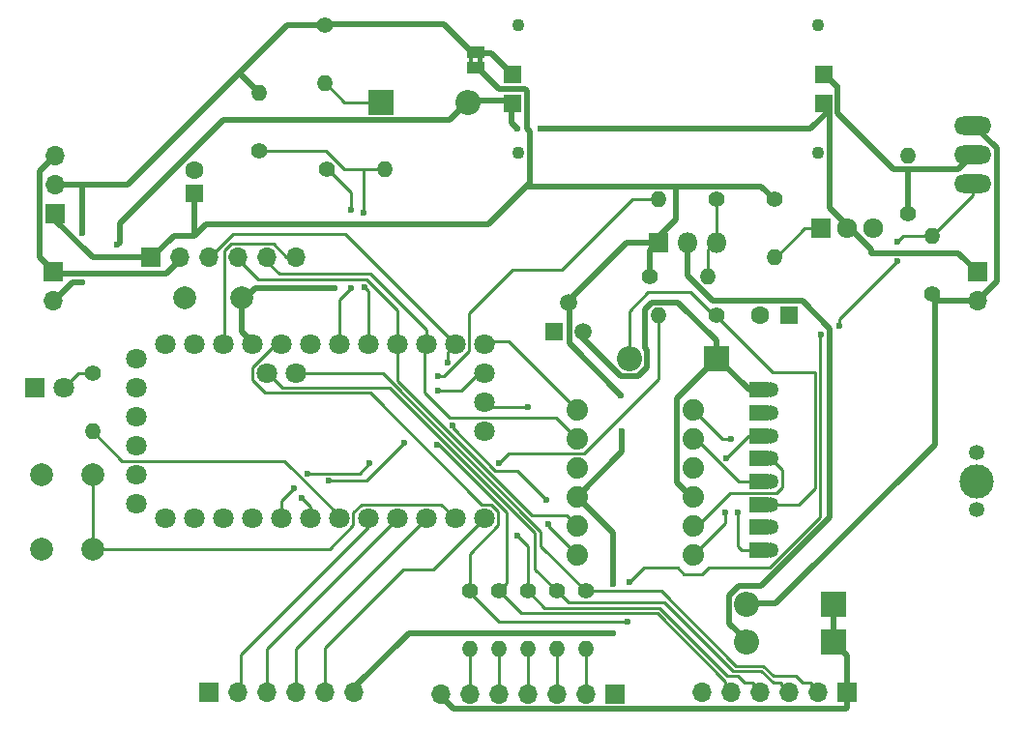
<source format=gbr>
G04 #@! TF.GenerationSoftware,KiCad,Pcbnew,5.1.12-84ad8e8a86~92~ubuntu18.04.1*
G04 #@! TF.CreationDate,2021-11-21T15:48:55+01:00*
G04 #@! TF.ProjectId,HB-UNI-SenAct-4-4-SC_DS_FUEL4EP_PCB,48422d55-4e49-42d5-9365-6e4163742d34,rev?*
G04 #@! TF.SameCoordinates,Original*
G04 #@! TF.FileFunction,Copper,L1,Top*
G04 #@! TF.FilePolarity,Positive*
%FSLAX46Y46*%
G04 Gerber Fmt 4.6, Leading zero omitted, Abs format (unit mm)*
G04 Created by KiCad (PCBNEW 5.1.12-84ad8e8a86~92~ubuntu18.04.1) date 2021-11-21 15:48:55*
%MOMM*%
%LPD*%
G01*
G04 APERTURE LIST*
G04 #@! TA.AperFunction,EtchedComponent*
%ADD10C,0.100000*%
G04 #@! TD*
G04 #@! TA.AperFunction,WasherPad*
%ADD11C,1.100000*%
G04 #@! TD*
G04 #@! TA.AperFunction,ComponentPad*
%ADD12R,1.500000X1.524000*%
G04 #@! TD*
G04 #@! TA.AperFunction,ComponentPad*
%ADD13O,3.251200X1.625600*%
G04 #@! TD*
G04 #@! TA.AperFunction,ComponentPad*
%ADD14O,1.400000X1.400000*%
G04 #@! TD*
G04 #@! TA.AperFunction,ComponentPad*
%ADD15C,1.400000*%
G04 #@! TD*
G04 #@! TA.AperFunction,ComponentPad*
%ADD16O,1.700000X1.700000*%
G04 #@! TD*
G04 #@! TA.AperFunction,ComponentPad*
%ADD17R,1.700000X1.700000*%
G04 #@! TD*
G04 #@! TA.AperFunction,ComponentPad*
%ADD18C,2.000000*%
G04 #@! TD*
G04 #@! TA.AperFunction,ComponentPad*
%ADD19C,1.498600*%
G04 #@! TD*
G04 #@! TA.AperFunction,ComponentPad*
%ADD20R,1.498600X1.498600*%
G04 #@! TD*
G04 #@! TA.AperFunction,ComponentPad*
%ADD21O,1.800000X1.800000*%
G04 #@! TD*
G04 #@! TA.AperFunction,ComponentPad*
%ADD22R,1.800000X1.800000*%
G04 #@! TD*
G04 #@! TA.AperFunction,ComponentPad*
%ADD23O,1.717500X1.800000*%
G04 #@! TD*
G04 #@! TA.AperFunction,ComponentPad*
%ADD24R,1.717500X1.800000*%
G04 #@! TD*
G04 #@! TA.AperFunction,ComponentPad*
%ADD25C,1.879600*%
G04 #@! TD*
G04 #@! TA.AperFunction,ComponentPad*
%ADD26C,3.000000*%
G04 #@! TD*
G04 #@! TA.AperFunction,ComponentPad*
%ADD27C,1.350000*%
G04 #@! TD*
G04 #@! TA.AperFunction,ConnectorPad*
%ADD28R,1.800000X1.350000*%
G04 #@! TD*
G04 #@! TA.AperFunction,ComponentPad*
%ADD29C,1.800000*%
G04 #@! TD*
G04 #@! TA.AperFunction,SMDPad,CuDef*
%ADD30R,1.500000X1.000000*%
G04 #@! TD*
G04 #@! TA.AperFunction,ComponentPad*
%ADD31O,2.200000X2.200000*%
G04 #@! TD*
G04 #@! TA.AperFunction,ComponentPad*
%ADD32R,2.200000X2.200000*%
G04 #@! TD*
G04 #@! TA.AperFunction,ComponentPad*
%ADD33C,1.600000*%
G04 #@! TD*
G04 #@! TA.AperFunction,ComponentPad*
%ADD34R,1.600000X1.600000*%
G04 #@! TD*
G04 #@! TA.AperFunction,ViaPad*
%ADD35C,0.600000*%
G04 #@! TD*
G04 #@! TA.AperFunction,Conductor*
%ADD36C,0.500000*%
G04 #@! TD*
G04 #@! TA.AperFunction,Conductor*
%ADD37C,0.250000*%
G04 #@! TD*
G04 APERTURE END LIST*
D10*
G36*
X40478000Y-5338000D02*
G01*
X40478000Y-5838000D01*
X40078000Y-5838000D01*
X40078000Y-5338000D01*
X40478000Y-5338000D01*
G37*
G36*
X39678000Y-5338000D02*
G01*
X39678000Y-5838000D01*
X39278000Y-5838000D01*
X39278000Y-5338000D01*
X39678000Y-5338000D01*
G37*
D11*
X43650000Y-13740000D03*
X69850000Y-13740000D03*
X69850000Y-2540000D03*
X43650000Y-2540000D03*
D12*
X43150000Y-9410000D03*
X43150000Y-6870000D03*
X70350000Y-9410000D03*
X70350000Y-6870000D03*
D13*
X83439000Y-11303000D03*
X83439000Y-13843000D03*
X83439000Y-16383000D03*
D14*
X39370000Y-57150000D03*
D15*
X39370000Y-52070000D03*
D14*
X77724000Y-13970000D03*
D15*
X77724000Y-19050000D03*
D14*
X79819500Y-21018500D03*
D15*
X79819500Y-26098500D03*
D14*
X49530000Y-57150000D03*
D15*
X49530000Y-52070000D03*
D14*
X46990000Y-57150000D03*
D15*
X46990000Y-52070000D03*
D14*
X44450000Y-57150000D03*
D15*
X44450000Y-52070000D03*
D14*
X41910000Y-57150000D03*
D15*
X41910000Y-52070000D03*
D16*
X36830000Y-61093000D03*
X39370000Y-61093000D03*
X41910000Y-61093000D03*
X44450000Y-61093000D03*
X46990000Y-61093000D03*
X49530000Y-61093000D03*
D17*
X52070000Y-61093000D03*
D18*
X1850000Y-41910000D03*
X6350000Y-41910000D03*
X1850000Y-48410000D03*
X6350000Y-48410000D03*
D14*
X26670000Y-7620000D03*
D15*
X26670000Y-2540000D03*
D14*
X55880000Y-27940000D03*
D15*
X60960000Y-27940000D03*
D14*
X60198000Y-24511000D03*
D15*
X55118000Y-24511000D03*
D14*
X55880000Y-17780000D03*
D15*
X60960000Y-17780000D03*
D14*
X31940500Y-15113000D03*
D15*
X26860500Y-15113000D03*
D14*
X66040000Y-22860000D03*
D15*
X66040000Y-17780000D03*
D14*
X20955000Y-8445500D03*
D15*
X20955000Y-13525500D03*
D14*
X6350000Y-38100000D03*
D15*
X6350000Y-33020000D03*
D19*
X49276000Y-29337000D03*
X48006000Y-26797000D03*
D20*
X46736000Y-29337000D03*
D21*
X60960000Y-21590000D03*
X58420000Y-21590000D03*
D22*
X55880000Y-21590000D03*
D23*
X74673000Y-20320000D03*
X72383000Y-20320000D03*
D24*
X70093000Y-20320000D03*
D25*
X58917000Y-36201000D03*
X58917000Y-38741000D03*
X58917000Y-46361000D03*
X58917000Y-48901000D03*
X58917000Y-43821000D03*
X48757000Y-36201000D03*
X48757000Y-38741000D03*
X48757000Y-46361000D03*
X48757000Y-48901000D03*
X48757000Y-43821000D03*
X48757000Y-41281000D03*
X58917000Y-41281000D03*
D26*
X83735000Y-42480000D03*
D27*
X83735000Y-44980000D03*
X83735000Y-39980000D03*
D28*
X64735000Y-46480000D03*
X64735000Y-44480000D03*
X64735000Y-42480000D03*
X64735000Y-40480000D03*
X64735000Y-38480000D03*
X64735000Y-36480000D03*
X64735000Y-34480000D03*
D27*
X65735000Y-46480000D03*
X65735000Y-44480000D03*
X65735000Y-42480000D03*
X65735000Y-40480000D03*
X65735000Y-38480000D03*
X65735000Y-36480000D03*
X65735000Y-34480000D03*
D28*
X64735000Y-48480000D03*
D27*
X65735000Y-48480000D03*
D29*
X40640000Y-35560000D03*
X40640000Y-33020000D03*
X40640000Y-30480000D03*
X38100000Y-30480000D03*
X35560000Y-30480000D03*
X33020000Y-30480000D03*
X30480000Y-30480000D03*
X27940000Y-30480000D03*
X25400000Y-30480000D03*
X22860000Y-30480000D03*
X20320000Y-30480000D03*
X17780000Y-30480000D03*
X15240000Y-30480000D03*
X12700000Y-30480000D03*
X12700000Y-45720000D03*
X15240000Y-45720000D03*
X17780000Y-45720000D03*
X20320000Y-45720000D03*
X22860000Y-45720000D03*
X25400000Y-45720000D03*
X27940000Y-45720000D03*
X30480000Y-45720000D03*
X33020000Y-45720000D03*
X35560000Y-45720000D03*
X38100000Y-45720000D03*
X40640000Y-45720000D03*
X24130000Y-33020000D03*
X21590000Y-33020000D03*
X40640000Y-38100000D03*
X10160000Y-44450000D03*
X10160000Y-41910000D03*
X10160000Y-39370000D03*
X10160000Y-36830000D03*
X10160000Y-34290000D03*
X10160000Y-31750000D03*
D30*
X39878000Y-6238000D03*
X39878000Y-4938000D03*
D16*
X3048000Y-13970000D03*
X3048000Y-16510000D03*
D17*
X3048000Y-19050000D03*
D16*
X2921000Y-26670000D03*
D17*
X2921000Y-24130000D03*
D16*
X24130000Y-22860000D03*
X21590000Y-22860000D03*
X19050000Y-22860000D03*
X16510000Y-22860000D03*
X13970000Y-22860000D03*
D17*
X11430000Y-22860000D03*
D16*
X59690000Y-60960000D03*
X62230000Y-60960000D03*
X64770000Y-60960000D03*
X67310000Y-60960000D03*
X69850000Y-60960000D03*
D17*
X72390000Y-60960000D03*
D16*
X29210000Y-60960000D03*
X26670000Y-60960000D03*
X24130000Y-60960000D03*
X21590000Y-60960000D03*
X19050000Y-60960000D03*
D17*
X16510000Y-60960000D03*
D16*
X83820000Y-26670000D03*
D17*
X83820000Y-24130000D03*
D31*
X39243000Y-9271000D03*
D32*
X31623000Y-9271000D03*
D31*
X63627000Y-56515000D03*
D32*
X71247000Y-56515000D03*
D31*
X63627000Y-53213000D03*
D32*
X71247000Y-53213000D03*
D31*
X53340000Y-31750000D03*
D32*
X60960000Y-31750000D03*
D29*
X3810000Y-34290000D03*
D22*
X1270000Y-34290000D03*
D33*
X15240000Y-15240000D03*
D34*
X15240000Y-17240000D03*
D18*
X14431000Y-26416000D03*
X19431000Y-26416000D03*
D33*
X64810000Y-27940000D03*
D34*
X67310000Y-27940000D03*
D35*
X51943000Y-51445000D03*
X51943002Y-55753000D03*
X52705000Y-38100000D03*
X52578000Y-34925000D03*
X27686001Y-19939000D03*
X27559000Y-25527000D03*
X45529500Y-11620500D03*
X43497500Y-11557000D03*
X8509000Y-21780500D03*
X8636000Y-24257000D03*
X53340000Y-51308000D03*
X53213000Y-54737000D03*
X70133501Y-29613331D03*
X71755000Y-28892500D03*
X76765104Y-23217012D03*
X76771500Y-21526500D03*
X28986169Y-18699169D03*
X28956006Y-25527000D03*
X30065669Y-18923002D03*
X30119008Y-25485233D03*
X46228000Y-46228000D03*
X46101000Y-44069000D03*
X37846000Y-37592000D03*
X37421559Y-32087559D03*
X5461000Y-20701000D03*
X5461000Y-25019000D03*
X41910000Y-40894000D03*
X25146000Y-41783000D03*
X24003000Y-43053000D03*
X30607000Y-40894002D03*
X24638000Y-43942000D03*
X27051000Y-42408000D03*
X33655000Y-39116000D03*
X36576000Y-33274000D03*
X61722000Y-45212000D03*
X61782942Y-40452058D03*
X62865000Y-45212000D03*
X62230000Y-38735000D03*
X36575996Y-34544000D03*
X36513640Y-39305360D03*
X43563551Y-47241449D03*
X44450000Y-35941000D03*
D36*
X65735000Y-36480000D02*
X64801000Y-36480000D01*
X65735000Y-34480000D02*
X64349998Y-34480000D01*
X59182000Y-43561000D02*
X58928000Y-43561000D01*
X64735000Y-34480000D02*
X63817000Y-34480000D01*
X63817000Y-34480000D02*
X61087000Y-31750000D01*
X52595999Y-33300001D02*
X49022000Y-29726002D01*
X54084001Y-33300001D02*
X52595999Y-33300001D01*
X54890001Y-32494001D02*
X54084001Y-33300001D01*
X54890001Y-31005999D02*
X54890001Y-32494001D01*
X60960000Y-30150000D02*
X57599999Y-26789999D01*
X60960000Y-31750000D02*
X60960000Y-30150000D01*
X55327999Y-26789999D02*
X54729999Y-27387999D01*
X57599999Y-26789999D02*
X55327999Y-26789999D01*
X54729999Y-27387999D02*
X54729999Y-30845997D01*
X54729999Y-30845997D02*
X54890001Y-31005999D01*
X49022000Y-29726002D02*
X49022000Y-29337000D01*
X57527199Y-35182801D02*
X57527199Y-42541199D01*
X60960000Y-31750000D02*
X57527199Y-35182801D01*
X57527199Y-42541199D02*
X58801000Y-43815000D01*
X58801000Y-43815000D02*
X58801000Y-43942000D01*
X11430000Y-22860000D02*
X6350000Y-22860000D01*
X6350000Y-22860000D02*
X2667000Y-19177000D01*
X15240000Y-17240000D02*
X15240000Y-20955000D01*
X48757000Y-43821000D02*
X51943000Y-47007000D01*
X51943000Y-47007000D02*
X51943000Y-51445000D01*
X34036000Y-55753000D02*
X51943002Y-55753000D01*
X29083000Y-60706000D02*
X34036000Y-55753000D01*
X55880000Y-21590000D02*
X53086000Y-21590000D01*
X53086000Y-21590000D02*
X48006000Y-26670000D01*
X53086000Y-21590000D02*
X53772002Y-21590000D01*
X44350001Y-8287999D02*
X44350001Y-11559997D01*
X44190002Y-8128000D02*
X44350001Y-8287999D01*
X42085998Y-8128000D02*
X44190002Y-8128000D01*
X66040000Y-17780000D02*
X64889999Y-16629999D01*
X56432001Y-16629999D02*
X55887001Y-16629999D01*
X55118000Y-24511000D02*
X55118000Y-22225000D01*
X55118000Y-22225000D02*
X55626000Y-21717000D01*
X55880000Y-21590000D02*
X55880000Y-21082000D01*
X57411001Y-19550999D02*
X57411001Y-16629999D01*
X55880000Y-21082000D02*
X57411001Y-19550999D01*
X64889999Y-16629999D02*
X57411001Y-16629999D01*
X57411001Y-16629999D02*
X55887001Y-16629999D01*
X48757000Y-43821000D02*
X52705000Y-39873000D01*
X52705000Y-39873000D02*
X52705000Y-38100000D01*
X48076699Y-30423699D02*
X48076699Y-26994699D01*
X52578000Y-34925000D02*
X48076699Y-30423699D01*
X48076699Y-26994699D02*
X48006000Y-26924000D01*
X20320000Y-30226000D02*
X20447000Y-30353000D01*
X15240000Y-20955000D02*
X13462000Y-20955000D01*
X13462000Y-20955000D02*
X11557000Y-22860000D01*
X44350001Y-11559997D02*
X44650001Y-11859997D01*
X44650001Y-11859997D02*
X44650001Y-16295997D01*
X55887001Y-16629999D02*
X44315999Y-16629999D01*
X44650001Y-16295997D02*
X44315999Y-16629999D01*
X19431000Y-26416000D02*
X19431000Y-29337000D01*
X19431000Y-29337000D02*
X20447000Y-30353000D01*
X44315999Y-16629999D02*
X41006998Y-19939000D01*
X16256000Y-19939000D02*
X27261737Y-19939000D01*
X28110265Y-19939000D02*
X27686001Y-19939000D01*
X15240000Y-20955000D02*
X16256000Y-19939000D01*
X41006998Y-19939000D02*
X28110265Y-19939000D01*
X27261737Y-19939000D02*
X27686001Y-19939000D01*
X27134736Y-25527000D02*
X27559000Y-25527000D01*
X19558000Y-26543000D02*
X20574000Y-25527000D01*
X20574000Y-25527000D02*
X27134736Y-25527000D01*
X42085998Y-8128000D02*
X41910000Y-8128000D01*
X41910000Y-8128000D02*
X40068500Y-6286500D01*
D37*
X6350000Y-33020000D02*
X5080000Y-33020000D01*
X5080000Y-33020000D02*
X3810000Y-34290000D01*
X65735000Y-44480000D02*
X68169000Y-44480000D01*
X68169000Y-44480000D02*
X69596000Y-43053000D01*
X69596000Y-43053000D02*
X69596000Y-32893000D01*
X69596000Y-32893000D02*
X65913000Y-32893000D01*
X65913000Y-32893000D02*
X61341000Y-28321000D01*
X58674000Y-25908000D02*
X60960000Y-28194000D01*
X54991000Y-25908000D02*
X58674000Y-25908000D01*
X53340000Y-31750000D02*
X53340000Y-27559000D01*
X53340000Y-27559000D02*
X54991000Y-25908000D01*
X65735000Y-44480000D02*
X64673000Y-44480000D01*
D36*
X72306999Y-62393001D02*
X37945501Y-62393001D01*
X72390000Y-60960000D02*
X72390000Y-62310000D01*
X72390000Y-62310000D02*
X72306999Y-62393001D01*
X37945501Y-62393001D02*
X36893500Y-61341000D01*
X71247000Y-53213000D02*
X71247000Y-56578500D01*
X71247000Y-56578500D02*
X72390000Y-57721500D01*
X72390000Y-57721500D02*
X72390000Y-60833000D01*
X12827000Y-24257000D02*
X13970000Y-23114000D01*
X72517000Y-19939000D02*
X72517000Y-20066000D01*
X82157011Y-22467011D02*
X74537011Y-22467011D01*
X83820000Y-24130000D02*
X82157011Y-22467011D01*
X70850001Y-18508249D02*
X70850001Y-9953501D01*
X74537011Y-22467011D02*
X74537011Y-22195259D01*
X74537011Y-22195259D02*
X70850001Y-18508249D01*
X70850001Y-9953501D02*
X69183002Y-11620500D01*
X69183002Y-11620500D02*
X45529500Y-11620500D01*
X2921000Y-24257000D02*
X8636000Y-24257000D01*
X8636000Y-24257000D02*
X12827000Y-24257000D01*
X1747999Y-15270001D02*
X1747999Y-22829999D01*
X3048000Y-13970000D02*
X1747999Y-15270001D01*
X1747999Y-22829999D02*
X2921000Y-24003000D01*
X17808997Y-10821001D02*
X8742000Y-19887998D01*
X43053000Y-11112500D02*
X43053000Y-9715500D01*
X43053000Y-9715500D02*
X42481500Y-9144000D01*
X43497500Y-11557000D02*
X43053000Y-11112500D01*
X42481500Y-9144000D02*
X39306500Y-9144000D01*
X39306500Y-9144000D02*
X37629499Y-10821001D01*
X37629499Y-10821001D02*
X17808997Y-10821001D01*
X8742000Y-21547500D02*
X8509000Y-21780500D01*
X8742000Y-19887998D02*
X8742000Y-21547500D01*
D37*
X31623000Y-9271000D02*
X28384500Y-9271000D01*
X28384500Y-9271000D02*
X26733500Y-7620000D01*
X40640000Y-45720000D02*
X36195000Y-50165000D01*
X36195000Y-50165000D02*
X33528000Y-50165000D01*
X33528000Y-50165000D02*
X26670000Y-57023000D01*
X26670000Y-57023000D02*
X26670000Y-61087000D01*
X35560000Y-45720000D02*
X25273000Y-56007000D01*
X25273000Y-56007000D02*
X24130000Y-57150000D01*
X24130000Y-57150000D02*
X24130000Y-60706000D01*
X33020000Y-45720000D02*
X21717000Y-57023000D01*
X21717000Y-57023000D02*
X21590000Y-57150000D01*
X21590000Y-57150000D02*
X21590000Y-60960000D01*
X19304000Y-57658000D02*
X19304000Y-60960000D01*
X30480000Y-45720000D02*
X30480000Y-46482000D01*
X30480000Y-46482000D02*
X19304000Y-57658000D01*
X20364999Y-32467001D02*
X22352000Y-30480000D01*
X20364999Y-33608001D02*
X20364999Y-32467001D01*
X21452009Y-34695011D02*
X20364999Y-33608001D01*
X30631011Y-34695011D02*
X21452009Y-34695011D01*
X39370000Y-48803002D02*
X41865001Y-46308001D01*
X41228001Y-44494999D02*
X40430999Y-44494999D01*
X41865001Y-46308001D02*
X41865001Y-45131999D01*
X39370000Y-52070000D02*
X39370000Y-48803002D01*
X41865001Y-45131999D02*
X41228001Y-44494999D01*
X40430999Y-44494999D02*
X30631011Y-34695011D01*
X53213000Y-54737000D02*
X41910000Y-54737000D01*
X41910000Y-54737000D02*
X39370000Y-52197000D01*
X54610000Y-50038000D02*
X53340000Y-51308000D01*
X57545684Y-50038000D02*
X54610000Y-50038000D01*
X60288316Y-50038000D02*
X59710505Y-50615812D01*
X65657002Y-50038000D02*
X60288316Y-50038000D01*
X70046010Y-45648992D02*
X65657002Y-50038000D01*
X70046010Y-31553990D02*
X70046010Y-45648992D01*
X59710505Y-50615812D02*
X58123495Y-50615812D01*
X58123495Y-50615812D02*
X57545684Y-50038000D01*
X70046010Y-31553990D02*
X70046010Y-31512872D01*
X83439000Y-16383000D02*
X83228264Y-16383000D01*
X70046010Y-31553990D02*
X70046010Y-29700822D01*
X70046010Y-29700822D02*
X70133501Y-29613331D01*
X71755000Y-28227116D02*
X76765104Y-23217012D01*
X71755000Y-28892500D02*
X71755000Y-28227116D01*
X83439000Y-16383000D02*
X83439000Y-17462500D01*
X83439000Y-17462500D02*
X79883000Y-21018500D01*
X77279500Y-21018500D02*
X76771500Y-21526500D01*
X79819500Y-21018500D02*
X77279500Y-21018500D01*
X27940000Y-30480000D02*
X27940000Y-26543006D01*
X27940000Y-26543006D02*
X28956006Y-25527000D01*
X28986169Y-18699169D02*
X28986169Y-17175169D01*
X28986169Y-17175169D02*
X26924000Y-15113000D01*
X30480000Y-25846225D02*
X30119008Y-25485233D01*
X30480000Y-30480000D02*
X30480000Y-25846225D01*
X26790002Y-13525500D02*
X28377502Y-15113000D01*
X20955000Y-13525500D02*
X26790002Y-13525500D01*
X30065669Y-15143169D02*
X30035500Y-15113000D01*
X30065669Y-18923002D02*
X30065669Y-15143169D01*
X28377502Y-15113000D02*
X30035500Y-15113000D01*
X30035500Y-15113000D02*
X31877000Y-15113000D01*
X18415000Y-29845000D02*
X17907000Y-30353000D01*
X17874999Y-22295999D02*
X17874999Y-30066999D01*
X18485999Y-21684999D02*
X17874999Y-22295999D01*
X22154001Y-21684999D02*
X18485999Y-21684999D01*
X24130000Y-22860000D02*
X23329002Y-22860000D01*
X23329002Y-22860000D02*
X22154001Y-21684999D01*
X37636999Y-36874999D02*
X35433000Y-34671000D01*
X35433000Y-34671000D02*
X35433000Y-30353000D01*
X48757000Y-38741000D02*
X46890999Y-36874999D01*
X46890999Y-36874999D02*
X37636999Y-36874999D01*
X22673987Y-24324987D02*
X21463000Y-23114000D01*
X35560000Y-30480000D02*
X35560000Y-29207208D01*
X35560000Y-29207208D02*
X30677779Y-24324987D01*
X30677779Y-24324987D02*
X22673987Y-24324987D01*
X33020000Y-33655000D02*
X33020000Y-30734000D01*
X44786201Y-45421201D02*
X33020000Y-33655000D01*
X48757000Y-46361000D02*
X47817201Y-45421201D01*
X47817201Y-45421201D02*
X44786201Y-45421201D01*
X33020000Y-27461221D02*
X30333777Y-24774998D01*
X33020000Y-30480000D02*
X33020000Y-27461221D01*
X20837998Y-24774998D02*
X19050000Y-22987000D01*
X30333777Y-24774998D02*
X20837998Y-24774998D01*
X48757000Y-48901000D02*
X46228000Y-46372000D01*
X46228000Y-46372000D02*
X46228000Y-46228000D01*
X37846000Y-37755002D02*
X37846000Y-37592000D01*
X41609999Y-41519001D02*
X37846000Y-37755002D01*
X46101000Y-44069000D02*
X43551001Y-41519001D01*
X43551001Y-41519001D02*
X41609999Y-41519001D01*
X37421559Y-32087559D02*
X37421559Y-31158441D01*
X37421559Y-31158441D02*
X38100000Y-30480000D01*
X18669000Y-20828000D02*
X16383000Y-23114000D01*
X28448000Y-20828000D02*
X18669000Y-20828000D01*
X38100000Y-30480000D02*
X28448000Y-20828000D01*
D36*
X5461000Y-16510000D02*
X5461000Y-20701000D01*
X5461000Y-16510000D02*
X2540000Y-16510000D01*
X5461000Y-25019000D02*
X4572000Y-25019000D01*
X4572000Y-25019000D02*
X3048000Y-26543000D01*
X9398000Y-16510000D02*
X5461000Y-16510000D01*
X26670000Y-2540000D02*
X23368000Y-2540000D01*
X19240500Y-6731000D02*
X19177000Y-6731000D01*
X20955000Y-8445500D02*
X19240500Y-6731000D01*
X23368000Y-2540000D02*
X19177000Y-6731000D01*
X19177000Y-6731000D02*
X9398000Y-16510000D01*
X37119999Y-2476500D02*
X26733500Y-2476500D01*
X26733500Y-2476500D02*
X26670000Y-2540000D01*
X43150000Y-6870000D02*
X41233000Y-4953000D01*
X39596499Y-4953000D02*
X37119999Y-2476500D01*
X41233000Y-4953000D02*
X39596499Y-4953000D01*
D37*
X48757000Y-36201000D02*
X42799000Y-30243000D01*
X42799000Y-30243000D02*
X41004000Y-30243000D01*
X42798199Y-40005801D02*
X41910000Y-40894000D01*
X49364105Y-40005801D02*
X42798199Y-40005801D01*
X55880000Y-27940000D02*
X55880000Y-33489906D01*
X55880000Y-33489906D02*
X49364105Y-40005801D01*
X24003000Y-43053000D02*
X22860000Y-44196000D01*
X29718002Y-41783000D02*
X30607000Y-40894002D01*
X25146000Y-41783000D02*
X29718002Y-41783000D01*
X22860000Y-44196000D02*
X22860000Y-45720000D01*
X25400000Y-45720000D02*
X25400000Y-44704000D01*
X25400000Y-44704000D02*
X24638000Y-43942000D01*
X27051000Y-42408000D02*
X30363000Y-42408000D01*
X30363000Y-42408000D02*
X33655000Y-39116000D01*
X37119002Y-33274000D02*
X36576000Y-33274000D01*
X53587002Y-17780000D02*
X47392003Y-23974999D01*
X55880000Y-17780000D02*
X53587002Y-17780000D01*
X47392003Y-23974999D02*
X43089999Y-23974999D01*
X43089999Y-23974999D02*
X39325001Y-27739997D01*
X39325001Y-27739997D02*
X39325001Y-31068001D01*
X39325001Y-31068001D02*
X37119002Y-33274000D01*
X8934999Y-40684999D02*
X23158999Y-40684999D01*
X6350000Y-38100000D02*
X8934999Y-40684999D01*
X23158999Y-40684999D02*
X27940000Y-45466000D01*
X65735000Y-46480000D02*
X64645000Y-46480000D01*
X65735000Y-42480000D02*
X62927000Y-42480000D01*
X62927000Y-42480000D02*
X59309000Y-38862000D01*
X66215002Y-43480000D02*
X62184000Y-43480000D01*
X66735001Y-42960001D02*
X66215002Y-43480000D01*
X65735000Y-40480000D02*
X66735001Y-41480001D01*
X66735001Y-41480001D02*
X66735001Y-42960001D01*
X62184000Y-43480000D02*
X59309000Y-46355000D01*
X65735000Y-40480000D02*
X64549000Y-40480000D01*
X58917000Y-48901000D02*
X61722000Y-46096000D01*
X61722000Y-46096000D02*
X61722000Y-45212000D01*
X61782942Y-40452058D02*
X63754000Y-38481000D01*
X63754000Y-38481000D02*
X65405000Y-38481000D01*
X64735000Y-48480000D02*
X63212000Y-48480000D01*
X63212000Y-48480000D02*
X62865000Y-48133000D01*
X62865000Y-48133000D02*
X62865000Y-45212000D01*
X62230000Y-38735000D02*
X61468000Y-38735000D01*
X61468000Y-38735000D02*
X58928000Y-36195000D01*
X65735000Y-48480000D02*
X64736000Y-48480000D01*
X70093000Y-20320000D02*
X68707000Y-20320000D01*
X68707000Y-20320000D02*
X66294000Y-22733000D01*
X60960000Y-21590000D02*
X60960000Y-17653000D01*
X60198000Y-24511000D02*
X60198000Y-22225000D01*
X60198000Y-22225000D02*
X60833000Y-21590000D01*
X38608000Y-34544000D02*
X36575996Y-34544000D01*
X40132000Y-33020000D02*
X38608000Y-34544000D01*
X43835023Y-53995023D02*
X55773023Y-53995023D01*
X41910000Y-52070000D02*
X43835023Y-53995023D01*
X42609999Y-51370001D02*
X42609999Y-45240587D01*
X36674772Y-39305360D02*
X36513640Y-39305360D01*
X42609999Y-45240587D02*
X36674772Y-39305360D01*
X41910000Y-52070000D02*
X42609999Y-51370001D01*
X61759008Y-59981008D02*
X61759008Y-60552508D01*
X55773023Y-53995023D02*
X61759008Y-59981008D01*
X40513000Y-36030998D02*
X40513000Y-35306000D01*
X44450000Y-48127898D02*
X43563551Y-47241449D01*
X44450000Y-52070000D02*
X44450000Y-48127898D01*
X62794001Y-59530999D02*
X63405001Y-60141999D01*
X61945409Y-59530999D02*
X62794001Y-59530999D01*
X44450000Y-52070000D02*
X45925012Y-53545012D01*
X55959424Y-53545014D02*
X61945409Y-59530999D01*
X45925012Y-53545012D02*
X55959424Y-53545014D01*
X44450000Y-35941000D02*
X41021000Y-35941000D01*
X41021000Y-35941000D02*
X40640000Y-35560000D01*
X63405001Y-60141999D02*
X64078999Y-60141999D01*
X64078999Y-60141999D02*
X64960500Y-61023500D01*
X48015001Y-53095001D02*
X56397001Y-53095001D01*
X56397001Y-53095001D02*
X62382989Y-59080989D01*
X46990000Y-52070000D02*
X48015001Y-53095001D01*
X62382989Y-59080989D02*
X62980402Y-59080990D01*
X64883992Y-59080990D02*
X65945001Y-60141999D01*
X62980402Y-59080990D02*
X64883992Y-59080990D01*
X46990000Y-52070000D02*
X45085000Y-50165000D01*
X45085000Y-46992822D02*
X32337179Y-34245001D01*
X22942001Y-34245001D02*
X21844000Y-33147000D01*
X32337179Y-34245001D02*
X22942001Y-34245001D01*
X45085000Y-50165000D02*
X45085000Y-46992822D01*
X65945001Y-60141999D02*
X66491999Y-60141999D01*
X66491999Y-60141999D02*
X66682499Y-60141999D01*
X66682499Y-60141999D02*
X66682499Y-60395999D01*
X56134000Y-52070000D02*
X62694980Y-58630980D01*
X65970411Y-59530999D02*
X67874001Y-59530999D01*
X49530000Y-52070000D02*
X56134000Y-52070000D01*
X67874001Y-59530999D02*
X68485001Y-60141999D01*
X62694980Y-58630980D02*
X65070393Y-58630981D01*
X65070393Y-58630981D02*
X65970411Y-59530999D01*
X31748589Y-33020000D02*
X23876000Y-33020000D01*
X45593000Y-46864411D02*
X31748589Y-33020000D01*
X45593000Y-48133000D02*
X45593000Y-46864411D01*
X49530000Y-52070000D02*
X45593000Y-48133000D01*
X68485001Y-60141999D02*
X69158999Y-60141999D01*
X69158999Y-60141999D02*
X69913500Y-60896500D01*
X29165001Y-46308001D02*
X27086002Y-48387000D01*
X38100000Y-45720000D02*
X36874999Y-44494999D01*
X29165001Y-45221997D02*
X29165001Y-46308001D01*
X29891999Y-44494999D02*
X29165001Y-45221997D01*
X36874999Y-44494999D02*
X29891999Y-44494999D01*
X27086002Y-48387000D02*
X6350000Y-48387000D01*
X6350000Y-48387000D02*
X6350000Y-41783000D01*
X39370000Y-57150000D02*
X39370000Y-60579000D01*
X41910000Y-57150000D02*
X41910000Y-60579000D01*
X44450000Y-57150000D02*
X44450000Y-60706000D01*
X46990000Y-57150000D02*
X46990000Y-60960000D01*
X49530000Y-57150000D02*
X49530000Y-61087000D01*
D36*
X85514610Y-24945392D02*
X83917002Y-26543000D01*
X85514610Y-13319927D02*
X85514610Y-24945392D01*
X83439000Y-11303000D02*
X83497683Y-11303000D01*
X83497683Y-11303000D02*
X85514610Y-13319927D01*
X83917002Y-26543000D02*
X83629500Y-26543000D01*
X83820000Y-26670000D02*
X80073500Y-26670000D01*
X80073500Y-39243000D02*
X66167000Y-53149500D01*
X80073500Y-26670000D02*
X80073500Y-39243000D01*
X66167000Y-53149500D02*
X63944500Y-53149500D01*
X71550001Y-10209001D02*
X71550001Y-7859501D01*
X76461001Y-15120001D02*
X71550001Y-10209001D01*
X83439000Y-13843000D02*
X83380317Y-13843000D01*
X83380317Y-13843000D02*
X82103316Y-15120001D01*
X71550001Y-7859501D02*
X71359501Y-7859501D01*
X71550001Y-7859501D02*
X71486501Y-7859501D01*
X71486501Y-7859501D02*
X70548500Y-6921500D01*
X77724000Y-15254002D02*
X77858001Y-15120001D01*
X77724000Y-19050000D02*
X77724000Y-15254002D01*
X82103316Y-15120001D02*
X77858001Y-15120001D01*
X77858001Y-15120001D02*
X76461001Y-15120001D01*
X62076999Y-52468999D02*
X62076999Y-54901499D01*
X62882999Y-51662999D02*
X62076999Y-52468999D01*
X64845189Y-51662999D02*
X62882999Y-51662999D01*
X58420000Y-24435002D02*
X60674997Y-26689999D01*
X60674997Y-26689999D02*
X68470001Y-26689999D01*
X70883502Y-45624686D02*
X64845189Y-51662999D01*
X58420000Y-21590000D02*
X58420000Y-24435002D01*
X70883502Y-29103500D02*
X70883502Y-45624686D01*
X68470001Y-26689999D02*
X70883502Y-29103500D01*
X62076999Y-54901499D02*
X63563500Y-56388000D01*
M02*

</source>
